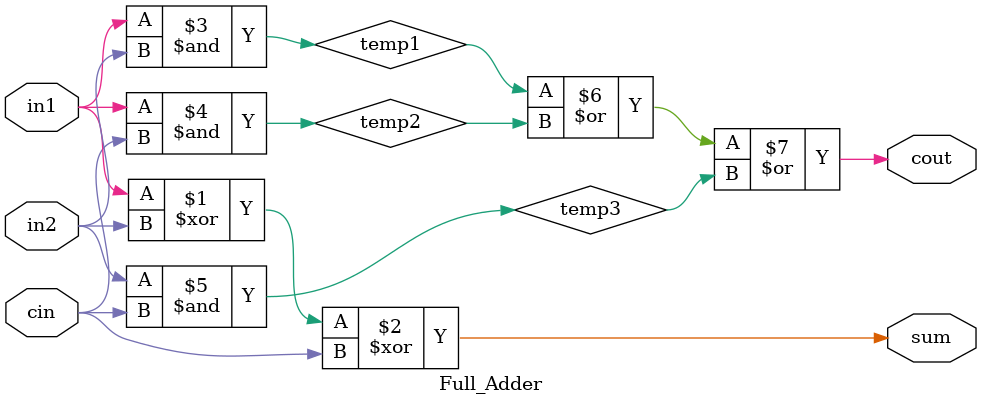
<source format=v>
module wallace_unsigned_multiplier_CLA_16(product, A, B);
    input [15:0] A, B;
    output [31:0] product;

wire [15:0] pp0, pp1, pp2, pp3, pp4, pp5, pp6, pp7, pp8, pp9, pp10, pp11, pp12, pp13, pp14, pp15;

assign pp0[0] = A[0] & B[0];
assign pp0[1] = A[0] & B[1];
assign pp0[2] = A[0] & B[2];
assign pp0[3] = A[0] & B[3];
assign pp0[4] = A[0] & B[4];
assign pp0[5] = A[0] & B[5];
assign pp0[6] = A[0] & B[6];
assign pp0[7] = A[0] & B[7];
assign pp0[8] = A[0] & B[8];
assign pp0[9] = A[0] & B[9];
assign pp0[10] = A[0] & B[10];
assign pp0[11] = A[0] & B[11];
assign pp0[12] = A[0] & B[12];
assign pp0[13] = A[0] & B[13];
assign pp0[14] = A[0] & B[14];
assign pp0[15] = A[0] & B[15];
assign pp1[0] = A[1] & B[0];
assign pp1[1] = A[1] & B[1];
assign pp1[2] = A[1] & B[2];
assign pp1[3] = A[1] & B[3];
assign pp1[4] = A[1] & B[4];
assign pp1[5] = A[1] & B[5];
assign pp1[6] = A[1] & B[6];
assign pp1[7] = A[1] & B[7];
assign pp1[8] = A[1] & B[8];
assign pp1[9] = A[1] & B[9];
assign pp1[10] = A[1] & B[10];
assign pp1[11] = A[1] & B[11];
assign pp1[12] = A[1] & B[12];
assign pp1[13] = A[1] & B[13];
assign pp1[14] = A[1] & B[14];
assign pp1[15] = A[1] & B[15];
assign pp2[0] = A[2] & B[0];
assign pp2[1] = A[2] & B[1];
assign pp2[2] = A[2] & B[2];
assign pp2[3] = A[2] & B[3];
assign pp2[4] = A[2] & B[4];
assign pp2[5] = A[2] & B[5];
assign pp2[6] = A[2] & B[6];
assign pp2[7] = A[2] & B[7];
assign pp2[8] = A[2] & B[8];
assign pp2[9] = A[2] & B[9];
assign pp2[10] = A[2] & B[10];
assign pp2[11] = A[2] & B[11];
assign pp2[12] = A[2] & B[12];
assign pp2[13] = A[2] & B[13];
assign pp2[14] = A[2] & B[14];
assign pp2[15] = A[2] & B[15];
assign pp3[0] = A[3] & B[0];
assign pp3[1] = A[3] & B[1];
assign pp3[2] = A[3] & B[2];
assign pp3[3] = A[3] & B[3];
assign pp3[4] = A[3] & B[4];
assign pp3[5] = A[3] & B[5];
assign pp3[6] = A[3] & B[6];
assign pp3[7] = A[3] & B[7];
assign pp3[8] = A[3] & B[8];
assign pp3[9] = A[3] & B[9];
assign pp3[10] = A[3] & B[10];
assign pp3[11] = A[3] & B[11];
assign pp3[12] = A[3] & B[12];
assign pp3[13] = A[3] & B[13];
assign pp3[14] = A[3] & B[14];
assign pp3[15] = A[3] & B[15];
assign pp4[0] = A[4] & B[0];
assign pp4[1] = A[4] & B[1];
assign pp4[2] = A[4] & B[2];
assign pp4[3] = A[4] & B[3];
assign pp4[4] = A[4] & B[4];
assign pp4[5] = A[4] & B[5];
assign pp4[6] = A[4] & B[6];
assign pp4[7] = A[4] & B[7];
assign pp4[8] = A[4] & B[8];
assign pp4[9] = A[4] & B[9];
assign pp4[10] = A[4] & B[10];
assign pp4[11] = A[4] & B[11];
assign pp4[12] = A[4] & B[12];
assign pp4[13] = A[4] & B[13];
assign pp4[14] = A[4] & B[14];
assign pp4[15] = A[4] & B[15];
assign pp5[0] = A[5] & B[0];
assign pp5[1] = A[5] & B[1];
assign pp5[2] = A[5] & B[2];
assign pp5[3] = A[5] & B[3];
assign pp5[4] = A[5] & B[4];
assign pp5[5] = A[5] & B[5];
assign pp5[6] = A[5] & B[6];
assign pp5[7] = A[5] & B[7];
assign pp5[8] = A[5] & B[8];
assign pp5[9] = A[5] & B[9];
assign pp5[10] = A[5] & B[10];
assign pp5[11] = A[5] & B[11];
assign pp5[12] = A[5] & B[12];
assign pp5[13] = A[5] & B[13];
assign pp5[14] = A[5] & B[14];
assign pp5[15] = A[5] & B[15];
assign pp6[0] = A[6] & B[0];
assign pp6[1] = A[6] & B[1];
assign pp6[2] = A[6] & B[2];
assign pp6[3] = A[6] & B[3];
assign pp6[4] = A[6] & B[4];
assign pp6[5] = A[6] & B[5];
assign pp6[6] = A[6] & B[6];
assign pp6[7] = A[6] & B[7];
assign pp6[8] = A[6] & B[8];
assign pp6[9] = A[6] & B[9];
assign pp6[10] = A[6] & B[10];
assign pp6[11] = A[6] & B[11];
assign pp6[12] = A[6] & B[12];
assign pp6[13] = A[6] & B[13];
assign pp6[14] = A[6] & B[14];
assign pp6[15] = A[6] & B[15];
assign pp7[0] = A[7] & B[0];
assign pp7[1] = A[7] & B[1];
assign pp7[2] = A[7] & B[2];
assign pp7[3] = A[7] & B[3];
assign pp7[4] = A[7] & B[4];
assign pp7[5] = A[7] & B[5];
assign pp7[6] = A[7] & B[6];
assign pp7[7] = A[7] & B[7];
assign pp7[8] = A[7] & B[8];
assign pp7[9] = A[7] & B[9];
assign pp7[10] = A[7] & B[10];
assign pp7[11] = A[7] & B[11];
assign pp7[12] = A[7] & B[12];
assign pp7[13] = A[7] & B[13];
assign pp7[14] = A[7] & B[14];
assign pp7[15] = A[7] & B[15];
assign pp8[0] = A[8] & B[0];
assign pp8[1] = A[8] & B[1];
assign pp8[2] = A[8] & B[2];
assign pp8[3] = A[8] & B[3];
assign pp8[4] = A[8] & B[4];
assign pp8[5] = A[8] & B[5];
assign pp8[6] = A[8] & B[6];
assign pp8[7] = A[8] & B[7];
assign pp8[8] = A[8] & B[8];
assign pp8[9] = A[8] & B[9];
assign pp8[10] = A[8] & B[10];
assign pp8[11] = A[8] & B[11];
assign pp8[12] = A[8] & B[12];
assign pp8[13] = A[8] & B[13];
assign pp8[14] = A[8] & B[14];
assign pp8[15] = A[8] & B[15];
assign pp9[0] = A[9] & B[0];
assign pp9[1] = A[9] & B[1];
assign pp9[2] = A[9] & B[2];
assign pp9[3] = A[9] & B[3];
assign pp9[4] = A[9] & B[4];
assign pp9[5] = A[9] & B[5];
assign pp9[6] = A[9] & B[6];
assign pp9[7] = A[9] & B[7];
assign pp9[8] = A[9] & B[8];
assign pp9[9] = A[9] & B[9];
assign pp9[10] = A[9] & B[10];
assign pp9[11] = A[9] & B[11];
assign pp9[12] = A[9] & B[12];
assign pp9[13] = A[9] & B[13];
assign pp9[14] = A[9] & B[14];
assign pp9[15] = A[9] & B[15];
assign pp10[0] = A[10] & B[0];
assign pp10[1] = A[10] & B[1];
assign pp10[2] = A[10] & B[2];
assign pp10[3] = A[10] & B[3];
assign pp10[4] = A[10] & B[4];
assign pp10[5] = A[10] & B[5];
assign pp10[6] = A[10] & B[6];
assign pp10[7] = A[10] & B[7];
assign pp10[8] = A[10] & B[8];
assign pp10[9] = A[10] & B[9];
assign pp10[10] = A[10] & B[10];
assign pp10[11] = A[10] & B[11];
assign pp10[12] = A[10] & B[12];
assign pp10[13] = A[10] & B[13];
assign pp10[14] = A[10] & B[14];
assign pp10[15] = A[10] & B[15];
assign pp11[0] = A[11] & B[0];
assign pp11[1] = A[11] & B[1];
assign pp11[2] = A[11] & B[2];
assign pp11[3] = A[11] & B[3];
assign pp11[4] = A[11] & B[4];
assign pp11[5] = A[11] & B[5];
assign pp11[6] = A[11] & B[6];
assign pp11[7] = A[11] & B[7];
assign pp11[8] = A[11] & B[8];
assign pp11[9] = A[11] & B[9];
assign pp11[10] = A[11] & B[10];
assign pp11[11] = A[11] & B[11];
assign pp11[12] = A[11] & B[12];
assign pp11[13] = A[11] & B[13];
assign pp11[14] = A[11] & B[14];
assign pp11[15] = A[11] & B[15];
assign pp12[0] = A[12] & B[0];
assign pp12[1] = A[12] & B[1];
assign pp12[2] = A[12] & B[2];
assign pp12[3] = A[12] & B[3];
assign pp12[4] = A[12] & B[4];
assign pp12[5] = A[12] & B[5];
assign pp12[6] = A[12] & B[6];
assign pp12[7] = A[12] & B[7];
assign pp12[8] = A[12] & B[8];
assign pp12[9] = A[12] & B[9];
assign pp12[10] = A[12] & B[10];
assign pp12[11] = A[12] & B[11];
assign pp12[12] = A[12] & B[12];
assign pp12[13] = A[12] & B[13];
assign pp12[14] = A[12] & B[14];
assign pp12[15] = A[12] & B[15];
assign pp13[0] = A[13] & B[0];
assign pp13[1] = A[13] & B[1];
assign pp13[2] = A[13] & B[2];
assign pp13[3] = A[13] & B[3];
assign pp13[4] = A[13] & B[4];
assign pp13[5] = A[13] & B[5];
assign pp13[6] = A[13] & B[6];
assign pp13[7] = A[13] & B[7];
assign pp13[8] = A[13] & B[8];
assign pp13[9] = A[13] & B[9];
assign pp13[10] = A[13] & B[10];
assign pp13[11] = A[13] & B[11];
assign pp13[12] = A[13] & B[12];
assign pp13[13] = A[13] & B[13];
assign pp13[14] = A[13] & B[14];
assign pp13[15] = A[13] & B[15];
assign pp14[0] = A[14] & B[0];
assign pp14[1] = A[14] & B[1];
assign pp14[2] = A[14] & B[2];
assign pp14[3] = A[14] & B[3];
assign pp14[4] = A[14] & B[4];
assign pp14[5] = A[14] & B[5];
assign pp14[6] = A[14] & B[6];
assign pp14[7] = A[14] & B[7];
assign pp14[8] = A[14] & B[8];
assign pp14[9] = A[14] & B[9];
assign pp14[10] = A[14] & B[10];
assign pp14[11] = A[14] & B[11];
assign pp14[12] = A[14] & B[12];
assign pp14[13] = A[14] & B[13];
assign pp14[14] = A[14] & B[14];
assign pp14[15] = A[14] & B[15];
assign pp15[0] = A[15] & B[0];
assign pp15[1] = A[15] & B[1];
assign pp15[2] = A[15] & B[2];
assign pp15[3] = A[15] & B[3];
assign pp15[4] = A[15] & B[4];
assign pp15[5] = A[15] & B[5];
assign pp15[6] = A[15] & B[6];
assign pp15[7] = A[15] & B[7];
assign pp15[8] = A[15] & B[8];
assign pp15[9] = A[15] & B[9];
assign pp15[10] = A[15] & B[10];
assign pp15[11] = A[15] & B[11];
assign pp15[12] = A[15] & B[12];
assign pp15[13] = A[15] & B[13];
assign pp15[14] = A[15] & B[14];
assign pp15[15] = A[15] & B[15];

wire [276:0] S;
wire [276:0] Cout;

Half_Adder HA1 (pp0[1], pp1[0], S[0], Cout[0]);
Full_Adder FA2 (pp0[2], pp1[1], pp2[0], S[1], Cout[1]);
Full_Adder FA3 (pp0[3], pp1[2], pp2[1], S[2], Cout[2]);
Full_Adder FA4 (pp0[4], pp1[3], pp2[2], S[3], Cout[3]);
Half_Adder HA5 (pp3[1], pp4[0], S[4], Cout[4]);
Full_Adder FA6 (pp0[5], pp1[4], pp2[3], S[5], Cout[5]);
Full_Adder FA7 (pp3[2], pp4[1], pp5[0], S[6], Cout[6]);
Full_Adder FA8 (pp0[6], pp1[5], pp2[4], S[7], Cout[7]);
Full_Adder FA9 (pp3[3], pp4[2], pp5[1], S[8], Cout[8]);
Full_Adder FA10 (pp0[7], pp1[6], pp2[5], S[9], Cout[9]);
Full_Adder FA11 (pp3[4], pp4[3], pp5[2], S[10], Cout[10]);
Half_Adder HA12 (pp6[1], pp7[0], S[11], Cout[11]);
Full_Adder FA13 (pp0[8], pp1[7], pp2[6], S[12], Cout[12]);
Full_Adder FA14 (pp3[5], pp4[4], pp5[3], S[13], Cout[13]);
Full_Adder FA15 (pp6[2], pp7[1], pp8[0], S[14], Cout[14]);
Full_Adder FA16 (pp0[9], pp1[8], pp2[7], S[15], Cout[15]);
Full_Adder FA17 (pp3[6], pp4[5], pp5[4], S[16], Cout[16]);
Full_Adder FA18 (pp6[3], pp7[2], pp8[1], S[17], Cout[17]);
Full_Adder FA19 (pp0[10], pp1[9], pp2[8], S[18], Cout[18]);
Full_Adder FA20 (pp3[7], pp4[6], pp5[5], S[19], Cout[19]);
Full_Adder FA21 (pp6[4], pp7[3], pp8[2], S[20], Cout[20]);
Half_Adder HA22 (pp9[1], pp10[0], S[21], Cout[21]);
Full_Adder FA23 (pp0[11], pp1[10], pp2[9], S[22], Cout[22]);
Full_Adder FA24 (pp3[8], pp4[7], pp5[6], S[23], Cout[23]);
Full_Adder FA25 (pp6[5], pp7[4], pp8[3], S[24], Cout[24]);
Full_Adder FA26 (pp9[2], pp10[1], pp11[0], S[25], Cout[25]);
Full_Adder FA27 (pp0[12], pp1[11], pp2[10], S[26], Cout[26]);
Full_Adder FA28 (pp3[9], pp4[8], pp5[7], S[27], Cout[27]);
Full_Adder FA29 (pp6[6], pp7[5], pp8[4], S[28], Cout[28]);
Full_Adder FA30 (pp9[3], pp10[2], pp11[1], S[29], Cout[29]);
Full_Adder FA31 (pp0[13], pp1[12], pp2[11], S[30], Cout[30]);
Full_Adder FA32 (pp3[10], pp4[9], pp5[8], S[31], Cout[31]);
Full_Adder FA33 (pp6[7], pp7[6], pp8[5], S[32], Cout[32]);
Full_Adder FA34 (pp9[4], pp10[3], pp11[2], S[33], Cout[33]);
Half_Adder HA35 (pp12[1], pp13[0], S[34], Cout[34]);
Full_Adder FA36 (pp0[14], pp1[13], pp2[12], S[35], Cout[35]);
Full_Adder FA37 (pp3[11], pp4[10], pp5[9], S[36], Cout[36]);
Full_Adder FA38 (pp6[8], pp7[7], pp8[6], S[37], Cout[37]);
Full_Adder FA39 (pp9[5], pp10[4], pp11[3], S[38], Cout[38]);
Full_Adder FA40 (pp12[2], pp13[1], pp14[0], S[39], Cout[39]);
Full_Adder FA41 (pp0[15], pp1[14], pp2[13], S[40], Cout[40]);
Full_Adder FA42 (pp3[12], pp4[11], pp5[10], S[41], Cout[41]);
Full_Adder FA43 (pp6[9], pp7[8], pp8[7], S[42], Cout[42]);
Full_Adder FA44 (pp9[6], pp10[5], pp11[4], S[43], Cout[43]);
Full_Adder FA45 (pp12[3], pp13[2], pp14[1], S[44], Cout[44]);
Full_Adder FA46 (pp1[15], pp2[14], pp3[13], S[45], Cout[45]);
Full_Adder FA47 (pp4[12], pp5[11], pp6[10], S[46], Cout[46]);
Full_Adder FA48 (pp7[9], pp8[8], pp9[7], S[47], Cout[47]);
Full_Adder FA49 (pp10[6], pp11[5], pp12[4], S[48], Cout[48]);
Half_Adder HA50 (pp13[3], pp14[2], S[49], Cout[49]);
Full_Adder FA51 (pp2[15], pp3[14], pp4[13], S[50], Cout[50]);
Full_Adder FA52 (pp5[12], pp6[11], pp7[10], S[51], Cout[51]);
Full_Adder FA53 (pp8[9], pp9[8], pp10[7], S[52], Cout[52]);
Full_Adder FA54 (pp11[6], pp12[5], pp13[4], S[53], Cout[53]);
Full_Adder FA55 (pp3[15], pp4[14], pp5[13], S[54], Cout[54]);
Full_Adder FA56 (pp6[12], pp7[11], pp8[10], S[55], Cout[55]);
Full_Adder FA57 (pp9[9], pp10[8], pp11[7], S[56], Cout[56]);
Full_Adder FA58 (pp12[6], pp13[5], pp14[4], S[57], Cout[57]);
Full_Adder FA59 (pp4[15], pp5[14], pp6[13], S[58], Cout[58]);
Full_Adder FA60 (pp7[12], pp8[11], pp9[10], S[59], Cout[59]);
Full_Adder FA61 (pp10[9], pp11[8], pp12[7], S[60], Cout[60]);
Half_Adder HA62 (pp13[6], pp14[5], S[61], Cout[61]);
Full_Adder FA63 (pp5[15], pp6[14], pp7[13], S[62], Cout[62]);
Full_Adder FA64 (pp8[12], pp9[11], pp10[10], S[63], Cout[63]);
Full_Adder FA65 (pp11[9], pp12[8], pp13[7], S[64], Cout[64]);
Full_Adder FA66 (pp6[15], pp7[14], pp8[13], S[65], Cout[65]);
Full_Adder FA67 (pp9[12], pp10[11], pp11[10], S[66], Cout[66]);
Full_Adder FA68 (pp12[9], pp13[8], pp14[7], S[67], Cout[67]);
Full_Adder FA69 (pp7[15], pp8[14], pp9[13], S[68], Cout[68]);
Full_Adder FA70 (pp10[12], pp11[11], pp12[10], S[69], Cout[69]);
Half_Adder HA71 (pp13[9], pp14[8], S[70], Cout[70]);
Full_Adder FA72 (pp8[15], pp9[14], pp10[13], S[71], Cout[71]);
Full_Adder FA73 (pp11[12], pp12[11], pp13[10], S[72], Cout[72]);
Full_Adder FA74 (pp9[15], pp10[14], pp11[13], S[73], Cout[73]);
Full_Adder FA75 (pp12[12], pp13[11], pp14[10], S[74], Cout[74]);
Full_Adder FA76 (pp10[15], pp11[14], pp12[13], S[75], Cout[75]);
Half_Adder HA77 (pp13[12], pp14[11], S[76], Cout[76]);
Full_Adder FA78 (pp11[15], pp12[14], pp13[13], S[77], Cout[77]);
Full_Adder FA79 (pp12[15], pp13[14], pp14[13], S[78], Cout[78]);
Half_Adder HA80 (pp13[15], pp14[14], S[79], Cout[79]);
Half_Adder HA81 (Cout[0], S[1], S[80], Cout[80]);
Full_Adder FA82 (pp3[0], Cout[1], S[2], S[81], Cout[81]);
Full_Adder FA83 (Cout[2], S[3], S[4], S[82], Cout[82]);
Full_Adder FA84 (Cout[3], Cout[4], S[5], S[83], Cout[83]);
Full_Adder FA85 (pp6[0], Cout[5], Cout[6], S[84], Cout[84]);
Half_Adder HA86 (S[7], S[8], S[85], Cout[85]);
Full_Adder FA87 (Cout[7], Cout[8], S[9], S[86], Cout[86]);
Half_Adder HA88 (S[10], S[11], S[87], Cout[87]);
Full_Adder FA89 (Cout[9], Cout[10], Cout[11], S[88], Cout[88]);
Full_Adder FA90 (S[12], S[13], S[14], S[89], Cout[89]);
Full_Adder FA91 (pp9[0], Cout[12], Cout[13], S[90], Cout[90]);
Full_Adder FA92 (Cout[14], S[15], S[16], S[91], Cout[91]);
Full_Adder FA93 (Cout[15], Cout[16], Cout[17], S[92], Cout[92]);
Full_Adder FA94 (S[18], S[19], S[20], S[93], Cout[93]);
Full_Adder FA95 (Cout[18], Cout[19], Cout[20], S[94], Cout[94]);
Full_Adder FA96 (Cout[21], S[22], S[23], S[95], Cout[95]);
Half_Adder HA97 (S[24], S[25], S[96], Cout[96]);
Full_Adder FA98 (pp12[0], Cout[22], Cout[23], S[97], Cout[97]);
Full_Adder FA99 (Cout[24], Cout[25], S[26], S[98], Cout[98]);
Full_Adder FA100 (S[27], S[28], S[29], S[99], Cout[99]);
Full_Adder FA101 (Cout[26], Cout[27], Cout[28], S[100], Cout[100]);
Full_Adder FA102 (Cout[29], S[30], S[31], S[101], Cout[101]);
Full_Adder FA103 (S[32], S[33], S[34], S[102], Cout[102]);
Full_Adder FA104 (Cout[30], Cout[31], Cout[32], S[103], Cout[103]);
Full_Adder FA105 (Cout[33], Cout[34], S[35], S[104], Cout[104]);
Full_Adder FA106 (S[36], S[37], S[38], S[105], Cout[105]);
Full_Adder FA107 (pp15[0], Cout[35], Cout[36], S[106], Cout[106]);
Full_Adder FA108 (Cout[37], Cout[38], Cout[39], S[107], Cout[107]);
Full_Adder FA109 (S[40], S[41], S[42], S[108], Cout[108]);
Full_Adder FA110 (pp15[1], Cout[40], Cout[41], S[109], Cout[109]);
Full_Adder FA111 (Cout[42], Cout[43], Cout[44], S[110], Cout[110]);
Full_Adder FA112 (S[45], S[46], S[47], S[111], Cout[111]);
Full_Adder FA113 (pp14[3], pp15[2], Cout[45], S[112], Cout[112]);
Full_Adder FA114 (Cout[46], Cout[47], Cout[48], S[113], Cout[113]);
Full_Adder FA115 (Cout[49], S[50], S[51], S[114], Cout[114]);
Full_Adder FA116 (pp15[3], Cout[50], Cout[51], S[115], Cout[115]);
Full_Adder FA117 (Cout[52], Cout[53], S[54], S[116], Cout[116]);
Full_Adder FA118 (pp15[4], Cout[54], Cout[55], S[117], Cout[117]);
Full_Adder FA119 (Cout[56], Cout[57], S[58], S[118], Cout[118]);
Full_Adder FA120 (pp14[6], pp15[5], Cout[58], S[119], Cout[119]);
Full_Adder FA121 (Cout[59], Cout[60], Cout[61], S[120], Cout[120]);
Full_Adder FA122 (pp15[6], Cout[62], Cout[63], S[121], Cout[121]);
Half_Adder HA123 (Cout[64], S[65], S[122], Cout[122]);
Full_Adder FA124 (pp15[7], Cout[65], Cout[66], S[123], Cout[123]);
Half_Adder HA125 (Cout[67], S[68], S[124], Cout[124]);
Full_Adder FA126 (pp14[9], pp15[8], Cout[68], S[125], Cout[125]);
Half_Adder HA127 (Cout[69], Cout[70], S[126], Cout[126]);
Full_Adder FA128 (pp15[9], Cout[71], Cout[72], S[127], Cout[127]);
Full_Adder FA129 (pp15[10], Cout[73], Cout[74], S[128], Cout[128]);
Full_Adder FA130 (pp14[12], pp15[11], Cout[75], S[129], Cout[129]);
Half_Adder HA131 (Cout[80], S[81], S[130], Cout[130]);
Half_Adder HA132 (Cout[81], S[82], S[131], Cout[131]);
Full_Adder FA133 (S[6], Cout[82], S[83], S[132], Cout[132]);
Full_Adder FA134 (Cout[83], S[84], S[85], S[133], Cout[133]);
Full_Adder FA135 (Cout[84], Cout[85], S[86], S[134], Cout[134]);
Full_Adder FA136 (Cout[86], Cout[87], S[88], S[135], Cout[135]);
Full_Adder FA137 (S[17], Cout[88], Cout[89], S[136], Cout[136]);
Half_Adder HA138 (S[90], S[91], S[137], Cout[137]);
Full_Adder FA139 (S[21], Cout[90], Cout[91], S[138], Cout[138]);
Half_Adder HA140 (S[92], S[93], S[139], Cout[139]);
Full_Adder FA141 (Cout[92], Cout[93], S[94], S[140], Cout[140]);
Half_Adder HA142 (S[95], S[96], S[141], Cout[141]);
Full_Adder FA143 (Cout[94], Cout[95], Cout[96], S[142], Cout[142]);
Full_Adder FA144 (S[97], S[98], S[99], S[143], Cout[143]);
Full_Adder FA145 (Cout[97], Cout[98], Cout[99], S[144], Cout[144]);
Full_Adder FA146 (S[100], S[101], S[102], S[145], Cout[145]);
Full_Adder FA147 (S[39], Cout[100], Cout[101], S[146], Cout[146]);
Full_Adder FA148 (Cout[102], S[103], S[104], S[147], Cout[147]);
Full_Adder FA149 (S[43], S[44], Cout[103], S[148], Cout[148]);
Full_Adder FA150 (Cout[104], Cout[105], S[106], S[149], Cout[149]);
Full_Adder FA151 (S[48], S[49], Cout[106], S[150], Cout[150]);
Full_Adder FA152 (Cout[107], Cout[108], S[109], S[151], Cout[151]);
Full_Adder FA153 (S[52], S[53], Cout[109], S[152], Cout[152]);
Full_Adder FA154 (Cout[110], Cout[111], S[112], S[153], Cout[153]);
Full_Adder FA155 (S[55], S[56], S[57], S[154], Cout[154]);
Full_Adder FA156 (Cout[112], Cout[113], Cout[114], S[155], Cout[155]);
Full_Adder FA157 (S[59], S[60], S[61], S[156], Cout[156]);
Half_Adder HA158 (Cout[115], Cout[116], S[157], Cout[157]);
Full_Adder FA159 (S[62], S[63], S[64], S[158], Cout[158]);
Half_Adder HA160 (Cout[117], Cout[118], S[159], Cout[159]);
Full_Adder FA161 (S[66], S[67], Cout[119], S[160], Cout[160]);
Full_Adder FA162 (S[69], S[70], Cout[121], S[161], Cout[161]);
Full_Adder FA163 (S[71], S[72], Cout[123], S[162], Cout[162]);
Full_Adder FA164 (S[73], S[74], Cout[125], S[163], Cout[163]);
Half_Adder HA165 (S[75], S[76], S[164], Cout[164]);
Half_Adder HA166 (Cout[76], S[77], S[165], Cout[165]);
Half_Adder HA167 (pp15[12], Cout[77], S[166], Cout[166]);
Half_Adder HA168 (Cout[130], S[131], S[167], Cout[167]);
Half_Adder HA169 (Cout[131], S[132], S[168], Cout[168]);
Half_Adder HA170 (Cout[132], S[133], S[169], Cout[169]);
Full_Adder FA171 (S[87], Cout[133], S[134], S[170], Cout[170]);
Full_Adder FA172 (S[89], Cout[134], S[135], S[171], Cout[171]);
Full_Adder FA173 (Cout[135], S[136], S[137], S[172], Cout[172]);
Full_Adder FA174 (Cout[136], Cout[137], S[138], S[173], Cout[173]);
Full_Adder FA175 (Cout[138], Cout[139], S[140], S[174], Cout[174]);
Full_Adder FA176 (Cout[140], Cout[141], S[142], S[175], Cout[175]);
Full_Adder FA177 (Cout[142], Cout[143], S[144], S[176], Cout[176]);
Full_Adder FA178 (S[105], Cout[144], Cout[145], S[177], Cout[177]);
Half_Adder HA179 (S[146], S[147], S[178], Cout[178]);
Full_Adder FA180 (S[107], S[108], Cout[146], S[179], Cout[179]);
Full_Adder FA181 (Cout[147], S[148], S[149], S[180], Cout[180]);
Full_Adder FA182 (S[110], S[111], Cout[148], S[181], Cout[181]);
Full_Adder FA183 (Cout[149], S[150], S[151], S[182], Cout[182]);
Full_Adder FA184 (S[113], S[114], Cout[150], S[183], Cout[183]);
Full_Adder FA185 (Cout[151], S[152], S[153], S[184], Cout[184]);
Full_Adder FA186 (S[115], S[116], Cout[152], S[185], Cout[185]);
Full_Adder FA187 (Cout[153], S[154], S[155], S[186], Cout[186]);
Full_Adder FA188 (S[117], S[118], Cout[154], S[187], Cout[187]);
Full_Adder FA189 (Cout[155], S[156], S[157], S[188], Cout[188]);
Full_Adder FA190 (S[119], S[120], Cout[156], S[189], Cout[189]);
Full_Adder FA191 (Cout[157], S[158], S[159], S[190], Cout[190]);
Full_Adder FA192 (Cout[120], S[121], S[122], S[191], Cout[191]);
Full_Adder FA193 (Cout[158], Cout[159], S[160], S[192], Cout[192]);
Full_Adder FA194 (Cout[122], S[123], S[124], S[193], Cout[193]);
Half_Adder HA195 (Cout[160], S[161], S[194], Cout[194]);
Full_Adder FA196 (Cout[124], S[125], S[126], S[195], Cout[195]);
Half_Adder HA197 (Cout[161], S[162], S[196], Cout[196]);
Full_Adder FA198 (Cout[126], S[127], Cout[162], S[197], Cout[197]);
Full_Adder FA199 (Cout[127], S[128], Cout[163], S[198], Cout[198]);
Full_Adder FA200 (Cout[128], S[129], Cout[164], S[199], Cout[199]);
Full_Adder FA201 (S[78], Cout[129], Cout[165], S[200], Cout[200]);
Full_Adder FA202 (pp15[13], Cout[78], S[79], S[201], Cout[201]);
Full_Adder FA203 (pp14[15], pp15[14], Cout[79], S[202], Cout[202]);
Half_Adder HA204 (Cout[167], S[168], S[203], Cout[203]);
Half_Adder HA205 (Cout[168], S[169], S[204], Cout[204]);
Half_Adder HA206 (Cout[169], S[170], S[205], Cout[205]);
Half_Adder HA207 (Cout[170], S[171], S[206], Cout[206]);
Half_Adder HA208 (Cout[171], S[172], S[207], Cout[207]);
Full_Adder FA209 (S[139], Cout[172], S[173], S[208], Cout[208]);
Full_Adder FA210 (S[141], Cout[173], S[174], S[209], Cout[209]);
Full_Adder FA211 (S[143], Cout[174], S[175], S[210], Cout[210]);
Full_Adder FA212 (S[145], Cout[175], S[176], S[211], Cout[211]);
Full_Adder FA213 (Cout[176], S[177], S[178], S[212], Cout[212]);
Full_Adder FA214 (Cout[177], Cout[178], S[179], S[213], Cout[213]);
Full_Adder FA215 (Cout[179], Cout[180], S[181], S[214], Cout[214]);
Full_Adder FA216 (Cout[181], Cout[182], S[183], S[215], Cout[215]);
Full_Adder FA217 (Cout[183], Cout[184], S[185], S[216], Cout[216]);
Full_Adder FA218 (Cout[185], Cout[186], S[187], S[217], Cout[217]);
Full_Adder FA219 (Cout[187], Cout[188], S[189], S[218], Cout[218]);
Full_Adder FA220 (Cout[189], Cout[190], S[191], S[219], Cout[219]);
Full_Adder FA221 (Cout[191], Cout[192], S[193], S[220], Cout[220]);
Full_Adder FA222 (Cout[193], Cout[194], S[195], S[221], Cout[221]);
Full_Adder FA223 (S[163], Cout[195], Cout[196], S[222], Cout[222]);
Half_Adder HA224 (S[164], Cout[197], S[223], Cout[223]);
Half_Adder HA225 (S[165], Cout[198], S[224], Cout[224]);
Half_Adder HA226 (S[166], Cout[199], S[225], Cout[225]);
Half_Adder HA227 (Cout[166], Cout[200], S[226], Cout[226]);
Half_Adder HA228 (Cout[203], S[204], S[227], Cout[227]);
Half_Adder HA229 (Cout[204], S[205], S[228], Cout[228]);
Half_Adder HA230 (Cout[205], S[206], S[229], Cout[229]);
Half_Adder HA231 (Cout[206], S[207], S[230], Cout[230]);
Half_Adder HA232 (Cout[207], S[208], S[231], Cout[231]);
Half_Adder HA233 (Cout[208], S[209], S[232], Cout[232]);
Half_Adder HA234 (Cout[209], S[210], S[233], Cout[233]);
Half_Adder HA235 (Cout[210], S[211], S[234], Cout[234]);
Half_Adder HA236 (Cout[211], S[212], S[235], Cout[235]);
Full_Adder FA237 (S[180], Cout[212], S[213], S[236], Cout[236]);
Full_Adder FA238 (S[182], Cout[213], S[214], S[237], Cout[237]);
Full_Adder FA239 (S[184], Cout[214], S[215], S[238], Cout[238]);
Full_Adder FA240 (S[186], Cout[215], S[216], S[239], Cout[239]);
Full_Adder FA241 (S[188], Cout[216], S[217], S[240], Cout[240]);
Full_Adder FA242 (S[190], Cout[217], S[218], S[241], Cout[241]);
Full_Adder FA243 (S[192], Cout[218], S[219], S[242], Cout[242]);
Full_Adder FA244 (S[194], Cout[219], S[220], S[243], Cout[243]);
Full_Adder FA245 (S[196], Cout[220], S[221], S[244], Cout[244]);
Full_Adder FA246 (S[197], Cout[221], S[222], S[245], Cout[245]);
Full_Adder FA247 (S[198], Cout[222], S[223], S[246], Cout[246]);
Full_Adder FA248 (S[199], Cout[223], S[224], S[247], Cout[247]);
Full_Adder FA249 (S[200], Cout[224], S[225], S[248], Cout[248]);
Full_Adder FA250 (S[201], Cout[225], S[226], S[249], Cout[249]);
Full_Adder FA251 (Cout[201], S[202], Cout[226], S[250], Cout[250]);
Half_Adder HA252 (pp15[15], Cout[202], S[251], Cout[251]);



/* Final Stage */
wire [24:0] G, P, C;
assign G[0]  = Cout[227] & S[228];
assign G[1]  = Cout[228] & S[229];
assign G[2]  = Cout[229] & S[230];
assign G[3]  = Cout[230] & S[231];
assign G[4]  = Cout[231] & S[232];
assign G[5]  = Cout[232] & S[233];
assign G[6]  = Cout[233] & S[234];
assign G[7]  = Cout[234] & S[235];
assign G[8]  = Cout[235] & S[236];
assign G[9]  = Cout[236] & S[237];
assign G[10] = Cout[237] & S[238];
assign G[11] = Cout[238] & S[239];
assign G[12] = Cout[239] & S[240];
assign G[13] = Cout[240] & S[241];
assign G[14] = Cout[241] & S[242];
assign G[15] = Cout[242] & S[243];
assign G[16] = Cout[243] & S[244];
assign G[17] = Cout[244] & S[245];
assign G[18] = Cout[245] & S[246];
assign G[19] = Cout[246] & S[247];
assign G[20] = Cout[247] & S[248];
assign G[21] = Cout[248] & S[249];
assign G[22] = Cout[249] & S[250];
assign G[23] = Cout[250] & S[251];
assign G[24] = Cout[251] & 0;
assign P[0]  = Cout[227] ^ S[228];
assign P[1]  = Cout[228] ^ S[229];
assign P[2]  = Cout[229] ^ S[230];
assign P[3]  = Cout[230] ^ S[231];
assign P[4]  = Cout[231] ^ S[232];
assign P[5]  = Cout[232] ^ S[233];
assign P[6]  = Cout[233] ^ S[234];
assign P[7]  = Cout[234] ^ S[235];
assign P[8]  = Cout[235] ^ S[236];
assign P[9]  = Cout[236] ^ S[237];
assign P[10] = Cout[237] ^ S[238];
assign P[11] = Cout[238] ^ S[239];
assign P[12] = Cout[239] ^ S[240];
assign P[13] = Cout[240] ^ S[241];
assign P[14] = Cout[241] ^ S[242];
assign P[15] = Cout[242] ^ S[243];
assign P[16] = Cout[243] ^ S[244];
assign P[17] = Cout[244] ^ S[245];
assign P[18] = Cout[245] ^ S[246];
assign P[19] = Cout[246] ^ S[247];
assign P[20] = Cout[247] ^ S[248];
assign P[21] = Cout[248] ^ S[249];
assign P[22] = Cout[249] ^ S[250];
assign P[23] = Cout[250] ^ S[251];
assign P[24] = Cout[251] ^ 0;

assign C[0] = 0;
assign C[1] = G[0] | (P[0] & C[0]);
assign C[2] = G[1] | (P[1] & C[1]);
assign C[3] = G[2] | (P[2] & C[2]);
assign C[4] = G[3] | (P[3] & C[3]);
assign C[5] = G[4] | (P[4] & C[4]);
assign C[6] = G[5] | (P[5] & C[5]);
assign C[7] = G[6] | (P[6] & C[6]);
assign C[8] = G[7] | (P[7] & C[7]);
assign C[9] = G[8] | (P[8] & C[8]);
assign C[10] = G[9] | (P[9] & C[9]);
assign C[11] = G[10] | (P[10] & C[10]);
assign C[12] = G[11] | (P[11] & C[11]);
assign C[13] = G[12] | (P[12] & C[12]);
assign C[14] = G[13] | (P[13] & C[13]);
assign C[15] = G[14] | (P[14] & C[14]);
assign C[16] = G[15] | (P[15] & C[15]);
assign C[17] = G[16] | (P[16] & C[16]);
assign C[18] = G[17] | (P[17] & C[17]);
assign C[19] = G[18] | (P[18] & C[18]);
assign C[20] = G[19] | (P[19] & C[19]);
assign C[21] = G[20] | (P[20] & C[20]);
assign C[22] = G[21] | (P[21] & C[21]);
assign C[23] = G[22] | (P[22] & C[22]);
assign C[24] = G[23] | (P[23] & C[23]);
assign cout  = G[24] | (P[24] & C[24]);

assign product[7] = P[0];
assign product[8] = P[1] ^ C[1];
assign product[9] = P[2] ^ C[2];
assign product[10] = P[3] ^ C[3];
assign product[11] = P[4] ^ C[4];
assign product[12] = P[5] ^ C[5];
assign product[13] = P[6] ^ C[6];
assign product[14] = P[7] ^ C[7];
assign product[15] = P[8] ^ C[8];
assign product[16] = P[9] ^ C[9];
assign product[17] = P[10] ^ C[10];
assign product[18] = P[11] ^ C[11];
assign product[19] = P[12] ^ C[12];
assign product[20] = P[13] ^ C[13];
assign product[21] = P[14] ^ C[14];
assign product[22] = P[15] ^ C[15];
assign product[23] = P[16] ^ C[16];
assign product[24] = P[17] ^ C[17];
assign product[25] = P[18] ^ C[18];
assign product[26] = P[19] ^ C[19];
assign product[27] = P[20] ^ C[20];
assign product[28] = P[21] ^ C[21];
assign product[29] = P[22] ^ C[22];
assign product[30] = P[23] ^ C[23];
assign product[31] = P[24] ^ C[24];




assign product[6] = S[227];
assign product[5] = S[203];
assign product[4] = S[167];
assign product[3] = S[130];
assign product[2] = S[80];
assign product[1] = S[0];
assign product[0] = pp0[0];
endmodule

module Half_Adder(input wire in1,
                  input wire in2,
                  output wire sum,
                  output wire cout);
    xor(sum, in1, in2);
    and(cout, in1, in2);
endmodule

module Full_Adder(input wire in1,
                  input wire in2,
                  input wire cin,
                  output wire sum,
                  output wire cout);
    wire temp1;
    wire temp2;
    wire temp3;
    xor(sum, in1, in2, cin);
    and(temp1,in1,in2);
    and(temp2,in1,cin);
    and(temp3,in2,cin);
    or(cout,temp1,temp2,temp3);
endmodule

</source>
